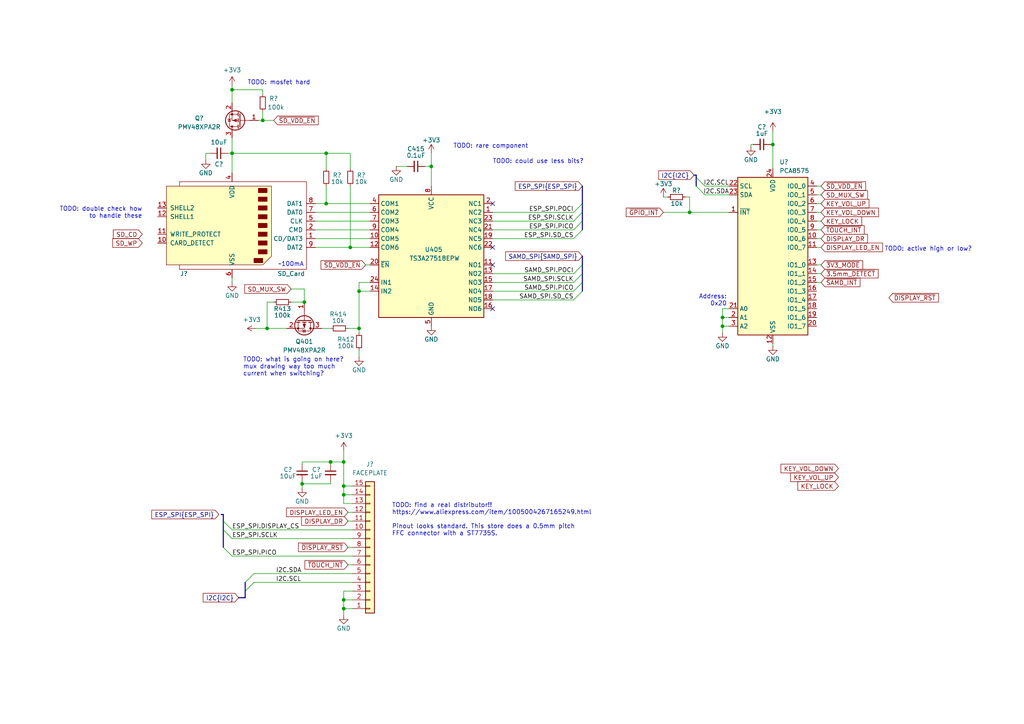
<source format=kicad_sch>
(kicad_sch (version 20211123) (generator eeschema)
  (paper "A4")
  (title_block (title "gay ipod storage + usb interface") (date "2022-09-04") (rev "1"))
  (lib_symbols
    (symbol "Analog_Switch:TS3A27518EPW"
      (property "Reference" "U" (at -13.97 19.05 0))
      (property "Value" "TS3A27518EPW" (at 8.89 19.05 0))
      (symbol "TS3A27518EPW_0_1"
        (rectangle (start 15.24 -17.78) (end -15.24 17.78) (stroke (width 0.254)) (fill (type background)))
      )
      (symbol "TS3A27518EPW_1_1"
        (pin bidirectional line (at 17.78 12.7 180) (length 2.54) (name "NC2") (number "1"))
        (pin bidirectional line (at -17.78 5.08 0) (length 2.54) (name "COM5") (number "10"))
        (pin bidirectional line (at 17.78 -2.54 180) (length 2.54) (name "NO1") (number "11"))
        (pin bidirectional line (at -17.78 2.54 0) (length 2.54) (name "COM6") (number "12"))
        (pin bidirectional line (at 17.78 -5.08 180) (length 2.54) (name "NO2") (number "13"))
        (pin input line (at -17.78 -10.16 0) (length 2.54) (name "IN2") (number "14"))
        (pin bidirectional line (at 17.78 -7.62 180) (length 2.54) (name "NO3") (number "15"))
        (pin bidirectional line (at 17.78 -15.24 180) (length 2.54) (name "NO6") (number "16"))
        (pin bidirectional line (at 17.78 -10.16 180) (length 2.54) (name "NO4") (number "17"))
        (pin bidirectional line (at 17.78 -12.7 180) (length 2.54) (name "NO5") (number "18"))
        (pin bidirectional line (at 17.78 5.08 180) (length 2.54) (name "NC5") (number "19"))
        (pin bidirectional line (at 17.78 15.24 180) (length 2.54) (name "NC1") (number "2"))
        (pin input line (at -17.78 -2.54 0) (length 2.54) (name "~{EN}") (number "20"))
        (pin bidirectional line (at 17.78 7.62 180) (length 2.54) (name "NC4") (number "21"))
        (pin bidirectional line (at 17.78 2.54 180) (length 2.54) (name "NC6") (number "22"))
        (pin bidirectional line (at 17.78 10.16 180) (length 2.54) (name "NC3") (number "23"))
        (pin input line (at -17.78 -7.62 0) (length 2.54) (name "IN1") (number "24"))
        (pin no_connect line (at -15.24 -15.24 0) (length 2.54) hide (name "N.C.") (number "3"))
        (pin bidirectional line (at -17.78 15.24 0) (length 2.54) (name "COM1") (number "4"))
        (pin power_in line (at 0 -20.32 90) (length 2.54) (name "GND") (number "5"))
        (pin bidirectional line (at -17.78 12.7 0) (length 2.54) (name "COM2") (number "6"))
        (pin bidirectional line (at -17.78 10.16 0) (length 2.54) (name "COM3") (number "7"))
        (pin power_in line (at 0 20.32 270) (length 2.54) (name "VCC") (number "8"))
        (pin bidirectional line (at -17.78 7.62 0) (length 2.54) (name "COM4") (number "9"))
      )
    )
    (symbol "Connector_Generic:Conn_01x15" (pin_names (offset 1.016) hide)
      (property "Reference" "J" (at 0 20.32 0))
      (property "Value" "Conn_01x15" (at 0 -20.32 0))
      (symbol "Conn_01x15_1_1"
        (rectangle (start -1.27 -17.653) (end 0 -17.907) (stroke (width 0.1524)))
        (rectangle (start -1.27 -15.113) (end 0 -15.367) (stroke (width 0.1524)))
        (rectangle (start -1.27 -12.573) (end 0 -12.827) (stroke (width 0.1524)))
        (rectangle (start -1.27 -10.033) (end 0 -10.287) (stroke (width 0.1524)))
        (rectangle (start -1.27 -7.493) (end 0 -7.747) (stroke (width 0.1524)))
        (rectangle (start -1.27 -4.953) (end 0 -5.207) (stroke (width 0.1524)))
        (rectangle (start -1.27 -2.413) (end 0 -2.667) (stroke (width 0.1524)))
        (rectangle (start -1.27 0.127) (end 0 -0.127) (stroke (width 0.1524)))
        (rectangle (start -1.27 2.667) (end 0 2.413) (stroke (width 0.1524)))
        (rectangle (start -1.27 5.207) (end 0 4.953) (stroke (width 0.1524)))
        (rectangle (start -1.27 7.747) (end 0 7.493) (stroke (width 0.1524)))
        (rectangle (start -1.27 10.287) (end 0 10.033) (stroke (width 0.1524)))
        (rectangle (start -1.27 12.827) (end 0 12.573) (stroke (width 0.1524)))
        (rectangle (start -1.27 15.367) (end 0 15.113) (stroke (width 0.1524)))
        (rectangle (start -1.27 17.907) (end 0 17.653) (stroke (width 0.1524)))
        (rectangle (start -1.27 19.05) (end 1.27 -19.05) (stroke (width 0.254)) (fill (type background)))
        (pin passive line (at -5.08 17.78 0) (length 3.81) (name "Pin_1") (number "1"))
        (pin passive line (at -5.08 -5.08 0) (length 3.81) (name "Pin_10") (number "10"))
        (pin passive line (at -5.08 -7.62 0) (length 3.81) (name "Pin_11") (number "11"))
        (pin passive line (at -5.08 -10.16 0) (length 3.81) (name "Pin_12") (number "12"))
        (pin passive line (at -5.08 -12.7 0) (length 3.81) (name "Pin_13") (number "13"))
        (pin passive line (at -5.08 -15.24 0) (length 3.81) (name "Pin_14") (number "14"))
        (pin passive line (at -5.08 -17.78 0) (length 3.81) (name "Pin_15") (number "15"))
        (pin passive line (at -5.08 15.24 0) (length 3.81) (name "Pin_2") (number "2"))
        (pin passive line (at -5.08 12.7 0) (length 3.81) (name "Pin_3") (number "3"))
        (pin passive line (at -5.08 10.16 0) (length 3.81) (name "Pin_4") (number "4"))
        (pin passive line (at -5.08 7.62 0) (length 3.81) (name "Pin_5") (number "5"))
        (pin passive line (at -5.08 5.08 0) (length 3.81) (name "Pin_6") (number "6"))
        (pin passive line (at -5.08 2.54 0) (length 3.81) (name "Pin_7") (number "7"))
        (pin passive line (at -5.08 0 0) (length 3.81) (name "Pin_8") (number "8"))
        (pin passive line (at -5.08 -2.54 0) (length 3.81) (name "Pin_9") (number "9"))
      )
    )
    (symbol "Device:C_Small" (pin_numbers hide) (pin_names (offset 0.254) hide)
      (property "Reference" "C" (at 0.254 1.778 0))
      (property "Value" "C_Small" (at 0.254 -2.032 0))
      (symbol "C_Small_0_1"
        (polyline (pts (xy -1.524 -0.508) (xy 1.524 -0.508)) (stroke (width 0.3302)))
        (polyline (pts (xy -1.524 0.508) (xy 1.524 0.508)) (stroke (width 0.3048)))
      )
      (symbol "C_Small_1_1"
        (pin passive line (at 0 2.54 270) (length 2.032) (name "~") (number "1"))
        (pin passive line (at 0 -2.54 90) (length 2.032) (name "~") (number "2"))
      )
    )
    (symbol "Device:Q_PMOS_GSD" (pin_names (offset 0) hide)
      (property "Reference" "Q" (at 5.08 1.27 0))
      (property "Value" "Q_PMOS_GSD" (at 5.08 -1.27 0))
      (symbol "Q_PMOS_GSD_0_1"
        (polyline (pts (xy 0.254 0) (xy -2.54 0)))
        (polyline (pts (xy 0.254 1.905) (xy 0.254 -1.905)) (stroke (width 0.254)))
        (polyline (pts (xy 0.762 -1.27) (xy 0.762 -2.286)) (stroke (width 0.254)))
        (polyline (pts (xy 0.762 0.508) (xy 0.762 -0.508)) (stroke (width 0.254)))
        (polyline (pts (xy 0.762 2.286) (xy 0.762 1.27)) (stroke (width 0.254)))
        (polyline (pts (xy 2.54 2.54) (xy 2.54 1.778)))
        (polyline (pts (xy 2.54 -2.54) (xy 2.54 0) (xy 0.762 0)))
        (polyline (pts (xy 0.762 1.778) (xy 3.302 1.778) (xy 3.302 -1.778) (xy 0.762 -1.778)))
        (polyline (pts (xy 2.286 0) (xy 1.27 0.381) (xy 1.27 -0.381) (xy 2.286 0)) (fill (type outline)))
        (polyline (pts (xy 2.794 -0.508) (xy 2.921 -0.381) (xy 3.683 -0.381) (xy 3.81 -0.254)))
        (polyline (pts (xy 3.302 -0.381) (xy 2.921 0.254) (xy 3.683 0.254) (xy 3.302 -0.381)))
        (circle (center 1.651 0) (radius 2.794) (stroke (width 0.254)))
        (circle (center 2.54 -1.778) (radius 0.254) (fill (type outline)))
        (circle (center 2.54 1.778) (radius 0.254) (fill (type outline)))
      )
      (symbol "Q_PMOS_GSD_1_1"
        (pin input line (at -5.08 0 0) (length 2.54) (name "G") (number "1"))
        (pin passive line (at 2.54 -5.08 90) (length 2.54) (name "S") (number "2"))
        (pin passive line (at 2.54 5.08 270) (length 2.54) (name "D") (number "3"))
      )
    )
    (symbol "Device:R_Small" (pin_numbers hide) (pin_names (offset 0.254) hide)
      (property "Reference" "R" (at 0.762 0.508 0))
      (property "Value" "R_Small" (at 0.762 -1.016 0))
      (symbol "R_Small_0_1"
        (rectangle (start -0.762 1.778) (end 0.762 -1.778) (stroke (width 0.2032)))
      )
      (symbol "R_Small_1_1"
        (pin passive line (at 0 2.54 270) (length 0.762) (name "~") (number "1"))
        (pin passive line (at 0 -2.54 90) (length 0.762) (name "~") (number "2"))
      )
    )
    (symbol "Interface_Expansion:PCA9555D"
      (property "Reference" "U" (at -8.89 24.13 0))
      (property "Value" "PCA9555D" (at 6.35 24.13 0))
      (symbol "PCA9555D_0_1"
        (rectangle (start -10.16 22.86) (end 10.16 -22.86) (stroke (width 0.254)) (fill (type background)))
      )
      (symbol "PCA9555D_1_1"
        (pin open_collector line (at -12.7 12.7 0) (length 2.54) (name "~{INT}") (number "1"))
        (pin bidirectional line (at 12.7 5.08 180) (length 2.54) (name "IO0_6") (number "10"))
        (pin bidirectional line (at 12.7 2.54 180) (length 2.54) (name "IO0_7") (number "11"))
        (pin power_in line (at 0 -25.4 90) (length 2.54) (name "VSS") (number "12"))
        (pin bidirectional line (at 12.7 -2.54 180) (length 2.54) (name "IO1_0") (number "13"))
        (pin bidirectional line (at 12.7 -5.08 180) (length 2.54) (name "IO1_1") (number "14"))
        (pin bidirectional line (at 12.7 -7.62 180) (length 2.54) (name "IO1_2") (number "15"))
        (pin bidirectional line (at 12.7 -10.16 180) (length 2.54) (name "IO1_3") (number "16"))
        (pin bidirectional line (at 12.7 -12.7 180) (length 2.54) (name "IO1_4") (number "17"))
        (pin bidirectional line (at 12.7 -15.24 180) (length 2.54) (name "IO1_5") (number "18"))
        (pin bidirectional line (at 12.7 -17.78 180) (length 2.54) (name "IO1_6") (number "19"))
        (pin input line (at -12.7 -17.78 0) (length 2.54) (name "A1") (number "2"))
        (pin bidirectional line (at 12.7 -20.32 180) (length 2.54) (name "IO1_7") (number "20"))
        (pin input line (at -12.7 -15.24 0) (length 2.54) (name "A0") (number "21"))
        (pin input line (at -12.7 20.32 0) (length 2.54) (name "SCL") (number "22"))
        (pin bidirectional line (at -12.7 17.78 0) (length 2.54) (name "SDA") (number "23"))
        (pin power_in line (at 0 25.4 270) (length 2.54) (name "VDD") (number "24"))
        (pin input line (at -12.7 -20.32 0) (length 2.54) (name "A2") (number "3"))
        (pin bidirectional line (at 12.7 20.32 180) (length 2.54) (name "IO0_0") (number "4"))
        (pin bidirectional line (at 12.7 17.78 180) (length 2.54) (name "IO0_1") (number "5"))
        (pin bidirectional line (at 12.7 15.24 180) (length 2.54) (name "IO0_2") (number "6"))
        (pin bidirectional line (at 12.7 12.7 180) (length 2.54) (name "IO0_3") (number "7"))
        (pin bidirectional line (at 12.7 10.16 180) (length 2.54) (name "IO0_4") (number "8"))
        (pin bidirectional line (at 12.7 7.62 180) (length 2.54) (name "IO0_5") (number "9"))
      )
    )
    (symbol "power:+3V3" (power) (pin_names (offset 0))
      (property "Value" "+3V3" (at 0 3.556 0))
      (symbol "+3V3_0_1"
        (polyline (pts (xy -0.762 1.27) (xy 0 2.54)))
        (polyline (pts (xy 0 0) (xy 0 2.54)))
        (polyline (pts (xy 0 2.54) (xy 0.762 1.27)))
      )
      (symbol "+3V3_1_1"
        (pin power_in line (at 0 0 90) (length 0) hide (name "+3V3") (number "1"))
      )
    )
    (symbol "power:GND" (power) (pin_names (offset 0))
      (property "Value" "GND" (at 0 -3.81 0))
      (symbol "GND_0_1"
        (polyline (pts (xy 0 0) (xy 0 -1.27) (xy 1.27 -1.27) (xy 0 -2.54) (xy -1.27 -1.27) (xy 0 -1.27)))
      )
      (symbol "GND_1_1"
        (pin power_in line (at 0 0 270) (length 0) hide (name "GND") (number "1"))
      )
    )
    (symbol "symbols:SD_Card" (pin_names (offset 1.016))
      (property "Reference" "J" (at -16.51 13.97 0))
      (property "Value" "SD_Card" (at 15.24 -13.97 0))
      (symbol "SD_Card_0_1"
        (rectangle (start -8.89 -9.525) (end -6.35 -10.795) (fill (type outline)))
        (rectangle (start -8.89 -6.985) (end -6.35 -8.255) (fill (type outline)))
        (rectangle (start -8.89 -4.445) (end -6.35 -5.715) (fill (type outline)))
        (rectangle (start -8.89 -1.905) (end -6.35 -3.175) (fill (type outline)))
        (rectangle (start -8.89 0.635) (end -6.35 -0.635) (fill (type outline)))
        (rectangle (start -8.89 3.175) (end -6.35 1.905) (fill (type outline)))
        (rectangle (start -8.89 5.715) (end -6.35 4.445) (fill (type outline)))
        (rectangle (start -8.89 8.255) (end -6.35 6.985) (fill (type outline)))
        (rectangle (start -7.62 10.795) (end -5.08 9.525) (fill (type outline)))
        (polyline (pts (xy -10.16 8.89) (xy -7.62 11.43) (xy 20.32 11.43) (xy 20.32 -11.43) (xy -10.16 -11.43) (xy -10.16 8.89)) (fill (type background)))
        (polyline (pts (xy 16.51 11.43) (xy 16.51 12.7) (xy -20.32 12.7) (xy -20.32 -12.7) (xy 16.51 -12.7) (xy 16.51 -11.43)))
      )
      (symbol "SD_Card_1_1"
        (pin input line (at -22.86 3.81 0) (length 2.54) (name "CD/DAT3") (number "1"))
        (pin input line (at 22.86 5.08 180) (length 2.54) (name "CARD_DETECT") (number "10"))
        (pin input line (at 22.86 2.54 180) (length 2.54) (name "WRITE_PROTECT") (number "11"))
        (pin input line (at 22.86 -2.54 180) (length 2.54) (name "SHELL1") (number "12"))
        (pin input line (at 22.86 -5.08 180) (length 2.54) (name "SHELL2") (number "13"))
        (pin input line (at -22.86 1.27 0) (length 2.54) (name "CMD") (number "2"))
        (pin power_in line (at 1.27 15.24 270) (length 2.54) hide (name "VSS") (number "3"))
        (pin power_in line (at 1.27 -15.24 90) (length 2.54) (name "VDD") (number "4"))
        (pin input line (at -22.86 -1.27 0) (length 2.54) (name "CLK") (number "5"))
        (pin power_in line (at 1.27 15.24 270) (length 2.54) (name "VSS") (number "6"))
        (pin input line (at -22.86 -3.81 0) (length 2.54) (name "DAT0") (number "7"))
        (pin input line (at -22.86 -6.35 0) (length 2.54) (name "DAT1") (number "8"))
        (pin input line (at -22.86 6.35 0) (length 2.54) (name "DAT2") (number "9"))
      )
    )
  )
  (junction (at 77.47 95.25))
  (junction (at 101.6 71.755))
  (junction (at 209.55 94.615))
  (junction (at 99.695 143.51))
  (junction (at 104.14 95.25))
  (junction (at 88.265 87.63))
  (junction (at 95.885 133.985))
  (junction (at 125.095 48.26))
  (junction (at 99.695 173.99))
  (junction (at 104.14 84.455))
  (junction (at 67.31 26.035))
  (junction (at 99.695 176.53))
  (junction (at 99.695 140.97))
  (junction (at 224.155 41.91))
  (junction (at 209.55 92.075))
  (junction (at 67.31 44.45))
  (junction (at 94.615 44.45))
  (junction (at 76.2 34.925))
  (junction (at 87.63 140.335))
  (junction (at 99.695 133.985))
  (junction (at 200.025 61.595))
  (junction (at 94.615 59.055))
  (no_connect (at 142.875 89.535))
  (no_connect (at 142.875 71.755))
  (no_connect (at 142.875 76.835))
  (no_connect (at 142.875 59.055))
  (bus_entry (at 67.31 156.21) (size -2.54 -2.54))
  (bus_entry (at 201.93 51.435) (size 2.54 2.54))
  (bus_entry (at 166.37 66.675) (size 2.54 -2.54))
  (bus_entry (at 166.37 69.215) (size 2.54 -2.54))
  (bus_entry (at 166.37 61.595) (size 2.54 -2.54))
  (bus_entry (at 166.37 64.135) (size 2.54 -2.54))
  (bus_entry (at 201.93 53.975) (size 2.54 2.54))
  (bus_entry (at 166.37 79.375) (size 2.54 -2.54))
  (bus_entry (at 166.37 84.455) (size 2.54 -2.54))
  (bus_entry (at 166.37 81.915) (size 2.54 -2.54))
  (bus_entry (at 67.31 161.29) (size -2.54 -2.54))
  (bus_entry (at 71.12 168.91) (size 2.54 -2.54))
  (bus_entry (at 71.12 171.45) (size 2.54 -2.54))
  (bus_entry (at 166.37 86.995) (size 2.54 -2.54))
  (bus_entry (at 67.31 153.67) (size -2.54 -2.54))
  (wire (pts (xy 209.55 92.075) (xy 209.55 94.615)))
  (wire (pts (xy 209.55 94.615) (xy 209.55 96.52)))
  (bus (pts (xy 64.77 151.13) (xy 64.77 153.67)))
  (wire (pts (xy 101.6 44.45) (xy 94.615 44.45)))
  (wire (pts (xy 67.31 153.67) (xy 102.235 153.67)))
  (wire (pts (xy 238.125 66.675) (xy 236.855 66.675)))
  (wire (pts (xy 87.63 133.985) (xy 95.885 133.985)))
  (wire (pts (xy 59.69 44.45) (xy 59.69 46.355)))
  (bus (pts (xy 64.77 149.225) (xy 64.77 151.13)))
  (wire (pts (xy 123.19 48.26) (xy 125.095 48.26)))
  (wire (pts (xy 106.045 76.835) (xy 107.315 76.835)))
  (wire (pts (xy 99.695 176.53) (xy 102.235 176.53)))
  (wire (pts (xy 77.47 95.25) (xy 83.185 95.25)))
  (bus (pts (xy 71.12 168.91) (xy 71.12 171.45)))
  (wire (pts (xy 114.935 48.26) (xy 118.11 48.26)))
  (wire (pts (xy 67.31 81.915) (xy 67.31 80.645)))
  (wire (pts (xy 224.155 38.1) (xy 224.155 41.91)))
  (wire (pts (xy 142.875 81.915) (xy 166.37 81.915)))
  (wire (pts (xy 79.375 34.925) (xy 76.2 34.925)))
  (wire (pts (xy 100.965 151.13) (xy 102.235 151.13)))
  (wire (pts (xy 84.455 83.82) (xy 88.265 83.82)))
  (wire (pts (xy 224.155 100.33) (xy 224.155 99.695)))
  (wire (pts (xy 200.025 57.15) (xy 200.025 61.595)))
  (wire (pts (xy 93.345 95.25) (xy 95.885 95.25)))
  (bus (pts (xy 168.91 59.055) (xy 168.91 61.595)))
  (wire (pts (xy 125.095 44.45) (xy 125.095 48.26)))
  (wire (pts (xy 76.2 32.385) (xy 76.2 34.925)))
  (wire (pts (xy 198.755 57.15) (xy 200.025 57.15)))
  (wire (pts (xy 95.885 133.985) (xy 95.885 134.62)))
  (wire (pts (xy 192.405 61.595) (xy 200.025 61.595)))
  (wire (pts (xy 94.615 44.45) (xy 94.615 48.895)))
  (wire (pts (xy 142.875 79.375) (xy 166.37 79.375)))
  (wire (pts (xy 99.695 178.435) (xy 99.695 176.53)))
  (wire (pts (xy 67.31 156.21) (xy 102.235 156.21)))
  (wire (pts (xy 204.47 56.515) (xy 211.455 56.515)))
  (wire (pts (xy 99.695 173.99) (xy 99.695 176.53)))
  (wire (pts (xy 95.885 140.335) (xy 87.63 140.335)))
  (wire (pts (xy 88.265 83.82) (xy 88.265 87.63)))
  (wire (pts (xy 142.875 86.995) (xy 166.37 86.995)))
  (wire (pts (xy 91.44 61.595) (xy 107.315 61.595)))
  (wire (pts (xy 104.14 81.915) (xy 107.315 81.915)))
  (wire (pts (xy 238.125 69.215) (xy 236.855 69.215)))
  (bus (pts (xy 168.91 64.135) (xy 168.91 66.675)))
  (wire (pts (xy 211.455 92.075) (xy 209.55 92.075)))
  (wire (pts (xy 211.455 89.535) (xy 209.55 89.535)))
  (wire (pts (xy 223.52 41.91) (xy 224.155 41.91)))
  (wire (pts (xy 67.31 40.005) (xy 67.31 44.45)))
  (bus (pts (xy 201.295 50.8) (xy 201.93 50.8)))
  (wire (pts (xy 95.885 139.7) (xy 95.885 140.335)))
  (bus (pts (xy 201.93 50.8) (xy 201.93 51.435)))
  (wire (pts (xy 100.965 158.75) (xy 102.235 158.75)))
  (wire (pts (xy 238.125 56.515) (xy 236.855 56.515)))
  (wire (pts (xy 77.47 87.63) (xy 79.375 87.63)))
  (wire (pts (xy 84.455 87.63) (xy 88.265 87.63)))
  (wire (pts (xy 87.63 141.605) (xy 87.63 140.335)))
  (wire (pts (xy 193.675 57.15) (xy 192.405 57.15)))
  (wire (pts (xy 218.44 41.91) (xy 217.805 41.91)))
  (wire (pts (xy 67.31 24.765) (xy 67.31 26.035)))
  (wire (pts (xy 238.125 71.755) (xy 236.855 71.755)))
  (wire (pts (xy 142.875 69.215) (xy 166.37 69.215)))
  (wire (pts (xy 238.125 79.375) (xy 236.855 79.375)))
  (wire (pts (xy 99.695 140.97) (xy 102.235 140.97)))
  (wire (pts (xy 200.025 61.595) (xy 211.455 61.595)))
  (wire (pts (xy 142.875 66.675) (xy 166.37 66.675)))
  (wire (pts (xy 67.31 26.035) (xy 67.31 29.845)))
  (wire (pts (xy 100.965 163.83) (xy 102.235 163.83)))
  (wire (pts (xy 73.66 168.91) (xy 102.235 168.91)))
  (bus (pts (xy 201.93 51.435) (xy 201.93 53.975)))
  (wire (pts (xy 77.47 95.25) (xy 77.47 87.63)))
  (wire (pts (xy 238.125 61.595) (xy 236.855 61.595)))
  (wire (pts (xy 87.63 134.62) (xy 87.63 133.985)))
  (wire (pts (xy 66.04 44.45) (xy 67.31 44.45)))
  (bus (pts (xy 69.215 173.355) (xy 71.12 173.355)))
  (wire (pts (xy 217.805 41.91) (xy 217.805 42.545)))
  (wire (pts (xy 101.6 48.895) (xy 101.6 44.45)))
  (wire (pts (xy 67.31 44.45) (xy 94.615 44.45)))
  (bus (pts (xy 168.91 79.375) (xy 168.91 81.915)))
  (wire (pts (xy 104.14 101.6) (xy 104.14 103.505)))
  (wire (pts (xy 76.2 27.305) (xy 76.2 26.035)))
  (wire (pts (xy 74.295 95.25) (xy 77.47 95.25)))
  (wire (pts (xy 125.095 48.26) (xy 125.095 53.975)))
  (wire (pts (xy 99.695 146.05) (xy 99.695 143.51)))
  (wire (pts (xy 87.63 140.335) (xy 87.63 139.7)))
  (wire (pts (xy 102.235 143.51) (xy 99.695 143.51)))
  (wire (pts (xy 60.96 44.45) (xy 59.69 44.45)))
  (wire (pts (xy 142.875 84.455) (xy 166.37 84.455)))
  (bus (pts (xy 64.77 153.67) (xy 64.77 158.75)))
  (bus (pts (xy 168.91 53.975) (xy 168.91 59.055)))
  (wire (pts (xy 73.66 166.37) (xy 102.235 166.37)))
  (wire (pts (xy 94.615 53.975) (xy 94.615 59.055)))
  (wire (pts (xy 224.155 41.91) (xy 224.155 48.895)))
  (wire (pts (xy 101.6 71.755) (xy 107.315 71.755)))
  (wire (pts (xy 76.2 34.925) (xy 74.93 34.925)))
  (wire (pts (xy 76.2 26.035) (xy 67.31 26.035)))
  (bus (pts (xy 168.91 61.595) (xy 168.91 64.135)))
  (bus (pts (xy 168.91 74.295) (xy 168.91 76.835)))
  (wire (pts (xy 100.965 148.59) (xy 102.235 148.59)))
  (wire (pts (xy 101.6 53.975) (xy 101.6 71.755)))
  (wire (pts (xy 91.44 59.055) (xy 94.615 59.055)))
  (wire (pts (xy 99.695 133.985) (xy 95.885 133.985)))
  (wire (pts (xy 100.965 95.25) (xy 104.14 95.25)))
  (wire (pts (xy 99.695 130.81) (xy 99.695 133.985)))
  (wire (pts (xy 91.44 66.675) (xy 107.315 66.675)))
  (wire (pts (xy 102.235 146.05) (xy 99.695 146.05)))
  (wire (pts (xy 99.695 171.45) (xy 99.695 173.99)))
  (wire (pts (xy 91.44 69.215) (xy 107.315 69.215)))
  (wire (pts (xy 142.875 61.595) (xy 166.37 61.595)))
  (wire (pts (xy 104.14 84.455) (xy 107.315 84.455)))
  (wire (pts (xy 104.14 84.455) (xy 104.14 95.25)))
  (wire (pts (xy 142.875 64.135) (xy 166.37 64.135)))
  (wire (pts (xy 94.615 59.055) (xy 107.315 59.055)))
  (wire (pts (xy 91.44 64.135) (xy 107.315 64.135)))
  (wire (pts (xy 204.47 53.975) (xy 211.455 53.975)))
  (wire (pts (xy 104.14 81.915) (xy 104.14 84.455)))
  (bus (pts (xy 71.12 171.45) (xy 71.12 173.355)))
  (wire (pts (xy 67.31 50.165) (xy 67.31 44.45)))
  (wire (pts (xy 99.695 143.51) (xy 99.695 140.97)))
  (wire (pts (xy 211.455 94.615) (xy 209.55 94.615)))
  (wire (pts (xy 238.125 59.055) (xy 236.855 59.055)))
  (wire (pts (xy 209.55 89.535) (xy 209.55 92.075)))
  (wire (pts (xy 238.125 76.835) (xy 236.855 76.835)))
  (wire (pts (xy 99.695 133.985) (xy 99.695 140.97)))
  (wire (pts (xy 238.125 81.915) (xy 236.855 81.915)))
  (bus (pts (xy 168.91 76.835) (xy 168.91 79.375)))
  (bus (pts (xy 64.135 149.225) (xy 64.77 149.225)))
  (wire (pts (xy 238.125 64.135) (xy 236.855 64.135)))
  (wire (pts (xy 102.235 173.99) (xy 99.695 173.99)))
  (wire (pts (xy 91.44 71.755) (xy 101.6 71.755)))
  (wire (pts (xy 102.235 171.45) (xy 99.695 171.45)))
  (bus (pts (xy 168.91 81.915) (xy 168.91 84.455)))
  (wire (pts (xy 238.125 53.975) (xy 236.855 53.975)))
  (wire (pts (xy 67.31 161.29) (xy 102.235 161.29)))
  (wire (pts (xy 104.14 95.25) (xy 104.14 96.52)))
  (text "TODO: mosfet hard" (at 71.755 24.765 0) (effects (font (size 1.27 1.27)) (justify left bottom)))
  (text "~100mA" (at 80.645 77.47 0) (effects (font (size 1.27 1.27)) (justify left bottom)))
  (text "TODO: rare component" (at 131.445 43.18 0) (effects (font (size 1.27 1.27)) (justify left bottom)))
  (text "TODO: find a real distributor!!\nhttps://www.aliexpress.com/item/1005004267165249.html\n\nPinout looks standard. This store does a 0.5mm pitch\nFFC connector with a ST7735S." (at 113.665 155.575 0) (effects (font (size 1.27 1.27)) (justify left bottom)))
  (text "TODO: active high or low?" (at 256.54 73.025 0) (effects (font (size 1.27 1.27)) (justify left bottom)))
  (text "TODO: could use less bits?" (at 142.875 47.625 0) (effects (font (size 1.27 1.27)) (justify left bottom)))
  (text "TODO: what is going on here?\nmux drawing way too much\ncurrent when switching?" (at 70.485 109.22 0) (effects (font (size 1.27 1.27)) (justify left bottom)))
  (text "TODO: double check how\nto handle these" (at 41.275 63.5 180) (effects (font (size 1.27 1.27)) (justify right bottom)))
  (text "Address:\n0x20" (at 210.82 88.9 180) (effects (font (size 1.27 1.27)) (justify right bottom)))
  (label "SAMD_SPI.POCI" (at 166.37 79.375 180))
  (label "I2C.SDA" (at 80.01 166.37 0))
  (label "I2C.SCL" (at 211.455 53.975 180))
  (label "SAMD_SPI.PICO" (at 166.37 84.455 180))
  (label "ESP_SPI.PICO" (at 166.37 66.675 180))
  (label "ESP_SPI.SD_CS" (at 166.37 69.215 180))
  (label "ESP_SPI.POCI" (at 166.37 61.595 180))
  (label "ESP_SPI.PICO" (at 67.31 161.29 0))
  (label "SAMD_SPI.SCLK" (at 166.37 81.915 180))
  (label "ESP_SPI.DISPLAY_CS" (at 67.31 153.67 0))
  (label "SAMD_SPI.SD_CS" (at 166.37 86.995 180))
  (label "ESP_SPI.SCLK" (at 67.31 156.21 0))
  (label "I2C.SDA" (at 211.455 56.515 180))
  (label "ESP_SPI.SCLK" (at 166.37 64.135 180))
  (label "I2C.SCL" (at 80.01 168.91 0))
  (global_label "ESP_SPI{ESP_SPI}" (shape input) (at 168.91 53.975 180) (property "Intersheet References" "${INTERSHEET_REFS}" (effects hide)))
  (global_label "DISPLAY_LED_EN" (shape input) (at 100.965 148.59 180) (property "Intersheet References" "${INTERSHEET_REFS}" (effects hide)))
  (global_label "~{SAMD_INT}" (shape input) (at 238.125 81.915 0) (property "Intersheet References" "${INTERSHEET_REFS}" (effects hide)))
  (global_label "KEY_LOCK" (shape input) (at 243.205 140.97 180) (property "Intersheet References" "${INTERSHEET_REFS}" (effects hide)))
  (global_label "~{3.5mm_DETECT}" (shape input) (at 238.125 79.375 0) (property "Intersheet References" "${INTERSHEET_REFS}" (effects hide)))
  (global_label "SD_WP" (shape input) (at 41.275 70.485 180) (property "Intersheet References" "${INTERSHEET_REFS}" (effects hide)))
  (global_label "~{TOUCH_INT}" (shape input) (at 238.125 66.675 0) (property "Intersheet References" "${INTERSHEET_REFS}" (effects hide)))
  (global_label "KEY_LOCK" (shape input) (at 238.125 64.135 0) (property "Intersheet References" "${INTERSHEET_REFS}" (effects hide)))
  (global_label "~{DISPLAY_RST}" (shape input) (at 257.81 86.36 0) (property "Intersheet References" "${INTERSHEET_REFS}" (effects hide)))
  (global_label "I2C{I2C}" (shape input) (at 69.215 173.355 180) (property "Intersheet References" "${INTERSHEET_REFS}" (effects hide)))
  (global_label "SAMD_SPI{SAMD_SPI}" (shape input) (at 168.91 74.295 180) (property "Intersheet References" "${INTERSHEET_REFS}" (effects hide)))
  (global_label "~{SD_VDD_EN}" (shape input) (at 79.375 34.925 0) (property "Intersheet References" "${INTERSHEET_REFS}" (effects hide)))
  (global_label "DISPLAY_DR" (shape input) (at 238.125 69.215 0) (property "Intersheet References" "${INTERSHEET_REFS}" (effects hide)))
  (global_label "~{TOUCH_INT}" (shape input) (at 100.965 163.83 180) (property "Intersheet References" "${INTERSHEET_REFS}" (effects hide)))
  (global_label "DISPLAY_LED_EN" (shape input) (at 238.125 71.755 0) (property "Intersheet References" "${INTERSHEET_REFS}" (effects hide)))
  (global_label "I2C{I2C}" (shape input) (at 201.295 50.8 180) (property "Intersheet References" "${INTERSHEET_REFS}" (effects hide)))
  (global_label "~{SD_VDD_EN}" (shape input) (at 238.125 53.975 0) (property "Intersheet References" "${INTERSHEET_REFS}" (effects hide)))
  (global_label "SD_CD" (shape input) (at 41.275 67.945 180) (property "Intersheet References" "${INTERSHEET_REFS}" (effects hide)))
  (global_label "~{DISPLAY_RST}" (shape input) (at 100.965 158.75 180) (property "Intersheet References" "${INTERSHEET_REFS}" (effects hide)))
  (global_label "SD_MUX_SW" (shape input) (at 238.125 56.515 0) (property "Intersheet References" "${INTERSHEET_REFS}" (effects hide)))
  (global_label "KEY_VOL_UP" (shape input) (at 238.125 59.055 0) (property "Intersheet References" "${INTERSHEET_REFS}" (effects hide)))
  (global_label "SD_MUX_SW" (shape input) (at 84.455 83.82 180) (property "Intersheet References" "${INTERSHEET_REFS}" (effects hide)))
  (global_label "KEY_VOL_DOWN" (shape input) (at 238.125 61.595 0) (property "Intersheet References" "${INTERSHEET_REFS}" (effects hide)))
  (global_label "ESP_SPI{ESP_SPI}" (shape input) (at 63.5 149.225 180) (property "Intersheet References" "${INTERSHEET_REFS}" (effects hide)))
  (global_label "DISPLAY_DR" (shape input) (at 100.965 151.13 180) (property "Intersheet References" "${INTERSHEET_REFS}" (effects hide)))
  (global_label "~{GPIO_INT}" (shape input) (at 192.405 61.595 180) (property "Intersheet References" "${INTERSHEET_REFS}" (effects hide)))
  (global_label "KEY_VOL_DOWN" (shape input) (at 243.205 135.89 180) (property "Intersheet References" "${INTERSHEET_REFS}" (effects hide)))
  (global_label "~{3V3_MODE}" (shape input) (at 238.125 76.835 0) (property "Intersheet References" "${INTERSHEET_REFS}" (effects hide)))
  (global_label "KEY_VOL_UP" (shape input) (at 243.205 138.43 180) (property "Intersheet References" "${INTERSHEET_REFS}" (effects hide)))
  (global_label "~{SD_VDD_EN}" (shape input) (at 106.045 76.835 180) (property "Intersheet References" "${INTERSHEET_REFS}" (effects hide)))
  (symbol (lib_id "Device:R_Small") (at 94.615 51.435 0) (unit 1)
    (property "Reference" "R?" (at 97.79 50.8 0))
    (property "Value" "10k" (at 97.79 52.705 0))
    (property "Footprint" "Resistor_SMD:R_0603_1608Metric" (effects hide))
    (property "PN" "AC0603JR-0710KL" (effects hide))
  )
  (symbol (lib_id "Interface_Expansion:PCA9555D") (at 224.155 74.295 0) (unit 1)
    (property "Reference" "U?" (at 226.06 46.99 0) (effects (justify left)))
    (property "Value" "PCA8575" (at 226.06 49.53 0) (effects (justify left)))
    (property "Footprint" "Package_SO:SSOP-24_3.9x8.7mm_P0.635mm" (effects hide))
    (property "Datasheet" "https://www.nxp.com/docs/en/data-sheet/PCA9555.pdf" (effects hide))
    (property "PN" "PCA8575" (effects hide))
  )
  (symbol (lib_id "Device:R_Small") (at 98.425 95.25 270) (mirror x) (unit 1)
    (property "Reference" "R414" (at 98.1075 91.1225 90))
    (property "Value" "10k" (at 98.1075 93.0275 90))
    (property "Footprint" "Resistor_SMD:R_0603_1608Metric" (effects hide))
    (property "PN" "AC0603JR-0710KL" (effects hide))
  )
  (symbol (lib_id "Analog_Switch:TS3A27518EPW") (at 125.095 74.295 0) (unit 1)
    (property "Reference" "U405" (at 123.19 72.39 0) (effects (justify left)))
    (property "Value" "TS3A27518EPW" (at 118.745 74.93 0) (effects (justify left)))
    (property "Footprint" "Package_SO:TSSOP-24_4.4x7.8mm_P0.65mm" (effects hide))
    (property "Datasheet" "http://www.ti.com/lit/ds/symlink/ts3a27518e.pdf" (effects hide))
    (property "PN" "TS3A27518EPW" (effects hide))
  )
  (symbol (lib_id "Device:R_Small") (at 101.6 51.435 0) (unit 1)
    (property "Reference" "R?" (at 104.775 50.8 0))
    (property "Value" "10k" (at 104.775 52.705 0))
    (property "Footprint" "Resistor_SMD:R_0603_1608Metric" (effects hide))
    (property "PN" "AC0603JR-0710KL" (effects hide))
  )
  (symbol (lib_id "Device:C_Small") (at 120.65 48.26 270) (unit 1)
    (property "Reference" "C415" (at 120.65 43.18 90))
    (property "Value" "0.1uF" (at 120.65 45.085 90))
    (property "Footprint" "Capacitor_SMD:C_0805_2012Metric" (effects hide))
    (property "PN" "0805YD104KAT2A" (effects hide))
  )
  (symbol (lib_id "power:GND") (at 217.805 42.545 0) (unit 1)
    (property "Reference" "#PWR?" (effects hide))
    (property "Value" "GND" (at 217.805 46.355 0))
  )
  (symbol (lib_id "Device:C_Small") (at 220.98 41.91 270) (unit 1)
    (property "Reference" "C?" (at 220.98 36.83 90))
    (property "Value" "1uF" (at 220.98 38.735 90))
    (property "Footprint" "Capacitor_SMD:C_0805_2012Metric" (effects hide))
    (property "PN" "EMK212BJ105KG-T" (effects hide))
  )
  (symbol (lib_id "power:GND") (at 59.69 46.355 0) (unit 1)
    (property "Reference" "#PWR?" (effects hide))
    (property "Value" "GND" (at 59.69 50.165 0))
  )
  (symbol (lib_id "Connector_Generic:Conn_01x15") (at 107.315 158.75 0) (mirror x) (unit 1)
    (property "Reference" "J?" (at 107.315 134.62 0))
    (property "Value" "FACEPLATE" (at 107.315 137.16 0))
    (property "Footprint" "Connector_FFC-FPC:Molex_200528-0150_1x15-1MP_P1.00mm_Horizontal" (effects hide))
  )
  (symbol (lib_id "power:GND") (at 104.14 103.505 0) (unit 1)
    (property "Reference" "#PWR?" (effects hide))
    (property "Value" "GND" (at 104.14 107.315 0))
  )
  (symbol (lib_id "power:GND") (at 114.935 48.26 0) (unit 1)
    (property "Reference" "#PWR?" (effects hide))
    (property "Value" "GND" (at 114.935 52.07 0))
  )
  (symbol (lib_id "power:GND") (at 87.63 141.605 0) (unit 1)
    (property "Reference" "#PWR?" (effects hide))
    (property "Value" "GND" (at 87.63 145.415 0))
  )
  (symbol (lib_id "Device:R_Small") (at 81.915 87.63 90) (unit 1)
    (property "Reference" "R413" (at 81.915 89.535 90))
    (property "Value" "100k" (at 81.915 91.44 90))
    (property "Footprint" "Resistor_SMD:R_0603_1608Metric" (effects hide))
    (property "PN" "RC0603JR-10100KL" (effects hide))
  )
  (symbol (lib_id "Device:C_Small") (at 95.885 137.16 0) (unit 1)
    (property "Reference" "C?" (at 91.7575 136.2075 0))
    (property "Value" "1uF" (at 91.7575 138.1125 0))
    (property "Footprint" "Capacitor_SMD:C_0805_2012Metric" (effects hide))
    (property "PN" "EMK212BJ105KG-T" (effects hide))
  )
  (symbol (lib_id "Device:Q_PMOS_GSD") (at 88.265 92.71 270) (unit 1)
    (property "Reference" "Q401" (at 88.265 99.06 90))
    (property "Value" "PMV48XPA2R" (at 88.265 101.6 90))
    (property "Footprint" "Package_TO_SOT_SMD:SOT-23" (effects hide))
    (property "PN" "PMV48XPA2R" (effects hide))
  )
  (symbol (lib_id "power:+3V3") (at 99.695 130.81 0) (unit 1)
    (property "Reference" "#PWR?" (effects hide))
    (property "Value" "+3V3" (at 99.695 126.365 0))
  )
  (symbol (lib_id "Device:R_Small") (at 76.2 29.845 180) (unit 1)
    (property "Reference" "R?" (at 79.375 28.575 0))
    (property "Value" "100k" (at 80.01 31.115 0))
    (property "Footprint" "Resistor_SMD:R_0603_1608Metric" (effects hide))
    (property "PN" "RC0603JR-10100KL" (effects hide))
  )
  (symbol (lib_id "power:+3V3") (at 67.31 24.765 0) (unit 1)
    (property "Reference" "#PWR?" (effects hide))
    (property "Value" "+3V3" (at 67.31 20.32 0))
  )
  (symbol (lib_id "power:+3V3") (at 74.295 95.25 90) (unit 1)
    (property "Reference" "#PWR?" (effects hide))
    (property "Value" "+3V3" (at 73.025 92.71 90))
  )
  (symbol (lib_id "power:GND") (at 99.695 178.435 0) (unit 1)
    (property "Reference" "#PWR?" (effects hide))
    (property "Value" "GND" (at 99.695 182.245 0))
  )
  (symbol (lib_id "Device:R_Small") (at 196.215 57.15 90) (unit 1)
    (property "Reference" "R?" (at 197.485 55.245 90) (effects (justify left)))
    (property "Value" "10k" (at 198.12 59.055 90) (effects (justify left)))
  )
  (symbol (lib_id "Device:R_Small") (at 104.14 99.06 0) (unit 1)
    (property "Reference" "R412" (at 100.33 98.425 0))
    (property "Value" "100k" (at 100.33 100.33 0))
    (property "Footprint" "Resistor_SMD:R_0603_1608Metric" (effects hide))
    (property "PN" "RC0603JR-10100KL" (effects hide))
  )
  (symbol (lib_id "power:GND") (at 224.155 100.33 0) (unit 1)
    (property "Reference" "#PWR?" (effects hide))
    (property "Value" "GND" (at 224.155 104.14 0))
  )
  (symbol (lib_id "symbols:SD_Card") (at 68.58 65.405 180) (unit 1)
    (property "Reference" "J?" (at 53.34 79.375 0))
    (property "Value" "SD_Card" (at 84.455 79.375 0))
    (property "Datasheet" "http://portal.fciconnect.com/Comergent//fci/drawing/10067847.pdf" (effects hide))
  )
  (symbol (lib_id "Device:Q_PMOS_GSD") (at 69.85 34.925 180) (unit 1)
    (property "Reference" "Q?" (at 57.785 34.29 0))
    (property "Value" "PMV48XPA2R" (at 57.785 36.83 0))
    (property "Footprint" "Package_TO_SOT_SMD:SOT-23" (effects hide))
    (property "PN" "PMV48XPA2R" (effects hide))
  )
  (symbol (lib_id "power:+3V3") (at 125.095 44.45 0) (unit 1)
    (property "Reference" "#PWR?" (effects hide))
    (property "Value" "+3V3" (at 125.095 40.64 0))
  )
  (symbol (lib_id "power:+3V3") (at 224.155 38.1 0) (unit 1)
    (property "Reference" "#PWR?" (effects hide))
    (property "Value" "+3V3" (at 224.155 32.385 0))
  )
  (symbol (lib_id "Device:C_Small") (at 87.63 137.16 0) (unit 1)
    (property "Reference" "C?" (at 83.5025 136.2075 0))
    (property "Value" "10uF" (at 83.5025 138.1125 0))
    (property "Footprint" "Capacitor_SMD:C_0805_2012Metric" (effects hide))
    (property "PN" "EMK212ABJ106KG-T" (effects hide))
  )
  (symbol (lib_id "power:GND") (at 67.31 81.915 0) (unit 1)
    (property "Reference" "#PWR?" (effects hide))
    (property "Value" "GND" (at 67.31 85.725 0))
  )
  (symbol (lib_id "power:+3V3") (at 192.405 57.15 0) (unit 1)
    (property "Reference" "#PWR?" (effects hide))
    (property "Value" "+3V3" (at 192.405 53.34 0))
  )
  (symbol (lib_id "power:GND") (at 125.095 94.615 0) (unit 1)
    (property "Reference" "#PWR?" (effects hide))
    (property "Value" "GND" (at 125.095 98.425 0))
  )
  (symbol (lib_id "power:GND") (at 209.55 96.52 0) (unit 1)
    (property "Reference" "#PWR?" (effects hide))
    (property "Value" "GND" (at 209.55 100.33 0))
  )
  (symbol (lib_id "Device:C_Small") (at 63.5 44.45 270) (unit 1)
    (property "Reference" "C?" (at 63.5 47.625 90))
    (property "Value" "10uF" (at 63.5 41.275 90))
    (property "Footprint" "Capacitor_SMD:C_0805_2012Metric" (effects hide))
    (property "PN" "EMK212ABJ106KG-T" (effects hide))
  )
)
</source>
